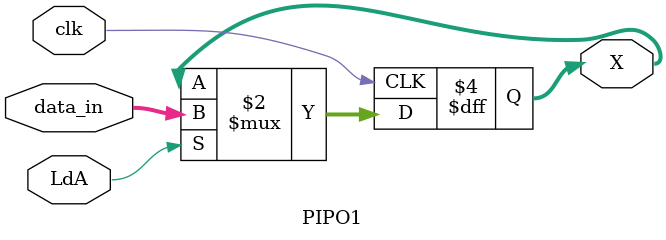
<source format=v>
module PIPO1 (X, data_in,LdA, clk);
input [15:0] data_in;
input LdA, clk;
output reg [15:0] X;
always @(posedge clk)
if (LdA)
  X <= data_in;
endmodule 




</source>
